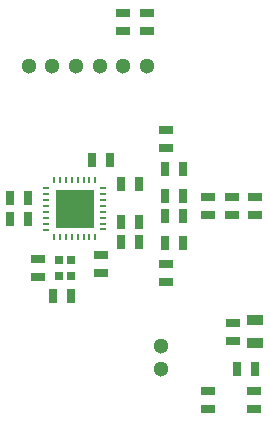
<source format=gts>
%FSLAX45Y45*%
G04 Gerber Fmt 4.5, Leading zero omitted, Abs format (unit mm)*
G04 Created by KiCad (PCBNEW (2014-09-17 BZR 5140)-product) date Sun 28 Sep 2014 11:54:50 PM EDT*
%MOMM*%
G01*
G04 APERTURE LIST*
%ADD10C,0.100000*%
%ADD11R,1.143000X0.635000*%
%ADD12R,0.635000X1.143000*%
%ADD13R,1.397000X0.889000*%
%ADD14C,1.300000*%
%ADD15R,0.599440X0.248920*%
%ADD16R,0.248920X0.599440*%
%ADD17R,3.299460X3.299460*%
%ADD18R,0.700000X0.750000*%
G04 APERTURE END LIST*
D10*
D11*
X16090000Y-8973800D03*
X16090000Y-9126200D03*
D12*
X16366200Y-9290000D03*
X16213800Y-9290000D03*
D11*
X17920000Y-10093800D03*
X17920000Y-10246200D03*
X17740000Y-9666200D03*
X17740000Y-9513800D03*
D12*
X16543800Y-8140000D03*
X16696200Y-8140000D03*
D11*
X16620000Y-8943800D03*
X16620000Y-9096200D03*
D12*
X16793800Y-8340000D03*
X16946200Y-8340000D03*
D11*
X17530000Y-10093800D03*
X17530000Y-10246200D03*
D13*
X17930000Y-9685250D03*
X17930000Y-9494750D03*
D11*
X17170000Y-9166200D03*
X17170000Y-9013800D03*
X17170000Y-7883800D03*
X17170000Y-8036200D03*
D12*
X17316200Y-8840000D03*
X17163800Y-8840000D03*
X17316200Y-8210000D03*
X17163800Y-8210000D03*
D11*
X17530000Y-8606200D03*
X17530000Y-8453800D03*
X17730000Y-8606200D03*
X17730000Y-8453800D03*
D12*
X17773800Y-9910000D03*
X17926200Y-9910000D03*
D14*
X17130000Y-9710000D03*
X17130000Y-9910000D03*
X16410000Y-7340000D03*
X16210000Y-7340000D03*
X16010000Y-7340000D03*
X16610000Y-7340000D03*
X16810000Y-7340000D03*
X17010000Y-7340000D03*
D11*
X16810000Y-6893800D03*
X16810000Y-7046200D03*
D12*
X16006200Y-8460000D03*
X15853800Y-8460000D03*
X16006200Y-8640000D03*
X15853800Y-8640000D03*
D11*
X17010000Y-6893800D03*
X17010000Y-7046200D03*
D12*
X16946200Y-8660000D03*
X16793800Y-8660000D03*
X17316200Y-8440000D03*
X17163800Y-8440000D03*
X17316200Y-8610000D03*
X17163800Y-8610000D03*
X16946200Y-8830000D03*
X16793800Y-8830000D03*
D11*
X17930000Y-8606200D03*
X17930000Y-8453800D03*
D15*
X16639776Y-8724752D03*
X16639776Y-8674714D03*
X16639776Y-8624676D03*
X16639776Y-8574638D03*
X16639776Y-8524854D03*
X16639776Y-8474816D03*
X16639776Y-8424778D03*
X16639776Y-8374740D03*
D16*
X16375108Y-8309716D03*
X16325324Y-8309716D03*
X16275286Y-8309716D03*
X16225248Y-8309716D03*
D17*
X16400000Y-8550000D03*
D16*
X16575006Y-8309716D03*
X16524968Y-8309716D03*
X16474930Y-8309716D03*
X16425146Y-8309716D03*
D15*
X16160224Y-8375248D03*
X16159970Y-8425286D03*
X16159970Y-8475070D03*
X16159970Y-8525108D03*
X16159970Y-8575146D03*
X16159970Y-8625184D03*
X16159970Y-8675222D03*
X16159970Y-8725260D03*
D16*
X16224994Y-8790030D03*
X16275032Y-8790030D03*
X16325070Y-8790030D03*
X16374854Y-8790030D03*
X16424892Y-8790030D03*
X16474930Y-8790030D03*
X16524968Y-8790030D03*
X16575006Y-8790030D03*
D18*
X16270000Y-8982500D03*
X16270000Y-9117500D03*
X16370000Y-9117500D03*
X16370000Y-8982500D03*
M02*

</source>
